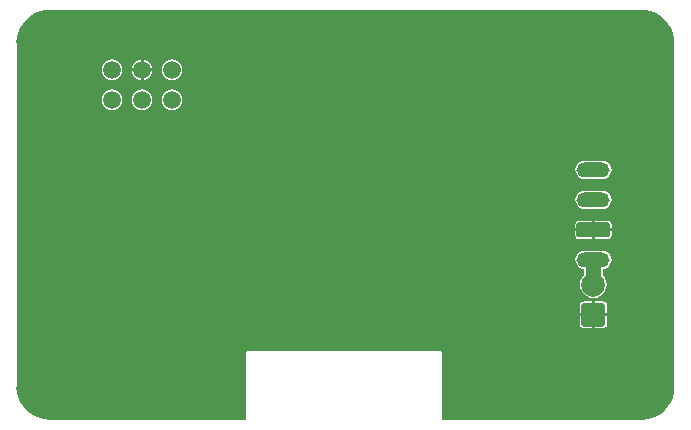
<source format=gbl>
G04 Layer_Physical_Order=2*
G04 Layer_Color=16711680*
%FSAX44Y44*%
%MOMM*%
G71*
G01*
G75*
%ADD26C,1.2700*%
%ADD27C,3.5000*%
%ADD28C,1.5000*%
%ADD29C,2.0000*%
G04:AMPARAMS|DCode=30|XSize=2mm|YSize=2mm|CornerRadius=0.2mm|HoleSize=0mm|Usage=FLASHONLY|Rotation=270.000|XOffset=0mm|YOffset=0mm|HoleType=Round|Shape=RoundedRectangle|*
%AMROUNDEDRECTD30*
21,1,2.0000,1.6000,0,0,270.0*
21,1,1.6000,2.0000,0,0,270.0*
1,1,0.4000,-0.8000,-0.8000*
1,1,0.4000,-0.8000,0.8000*
1,1,0.4000,0.8000,0.8000*
1,1,0.4000,0.8000,-0.8000*
%
%ADD30ROUNDEDRECTD30*%
G04:AMPARAMS|DCode=31|XSize=1.27mm|YSize=2.8mm|CornerRadius=0.635mm|HoleSize=0mm|Usage=FLASHONLY|Rotation=90.000|XOffset=0mm|YOffset=0mm|HoleType=Round|Shape=RoundedRectangle|*
%AMROUNDEDRECTD31*
21,1,1.2700,1.5300,0,0,90.0*
21,1,0.0000,2.8000,0,0,90.0*
1,1,1.2700,0.7650,0.0000*
1,1,1.2700,0.7650,0.0000*
1,1,1.2700,-0.7650,0.0000*
1,1,1.2700,-0.7650,0.0000*
%
%ADD31ROUNDEDRECTD31*%
G04:AMPARAMS|DCode=32|XSize=1.27mm|YSize=2.8mm|CornerRadius=0.1588mm|HoleSize=0mm|Usage=FLASHONLY|Rotation=90.000|XOffset=0mm|YOffset=0mm|HoleType=Round|Shape=RoundedRectangle|*
%AMROUNDEDRECTD32*
21,1,1.2700,2.4825,0,0,90.0*
21,1,0.9525,2.8000,0,0,90.0*
1,1,0.3175,1.2412,0.4763*
1,1,0.3175,1.2412,-0.4763*
1,1,0.3175,-1.2412,-0.4763*
1,1,0.3175,-1.2412,0.4763*
%
%ADD32ROUNDEDRECTD32*%
%ADD33O,3.0000X2.0000*%
%ADD34C,0.7000*%
G36*
X10534681Y10348214D02*
X10539001Y10347178D01*
X10543105Y10345477D01*
X10546893Y10343157D01*
X10550271Y10340271D01*
X10553157Y10336893D01*
X10555477Y10333105D01*
X10557178Y10329001D01*
X10558214Y10324681D01*
X10558551Y10320405D01*
X10558488Y10320253D01*
Y10028680D01*
X10558549Y10028534D01*
X10558225Y10024419D01*
X10557227Y10020262D01*
X10555591Y10016313D01*
X10553357Y10012669D01*
X10550581Y10009418D01*
X10547332Y10006642D01*
X10543687Y10004409D01*
X10539738Y10002773D01*
X10535581Y10001776D01*
X10531466Y10001451D01*
X10531320Y10001512D01*
X10361482D01*
Y10058400D01*
X10361079Y10059372D01*
X10360107Y10059775D01*
X10197293D01*
X10196321Y10059372D01*
X10195919Y10058400D01*
Y10001512D01*
X10029747D01*
X10029595Y10001449D01*
X10025319Y10001785D01*
X10020999Y10002822D01*
X10016895Y10004523D01*
X10013107Y10006844D01*
X10009729Y10009729D01*
X10006844Y10013107D01*
X10004523Y10016895D01*
X10002822Y10020999D01*
X10001785Y10025319D01*
X10001449Y10029595D01*
X10001512Y10029747D01*
Y10320253D01*
X10001449Y10320405D01*
X10001785Y10324681D01*
X10002822Y10329001D01*
X10004523Y10333105D01*
X10006844Y10336893D01*
X10009729Y10340271D01*
X10013107Y10343157D01*
X10016895Y10345477D01*
X10020999Y10347178D01*
X10025319Y10348214D01*
X10029595Y10348551D01*
X10029747Y10348488D01*
X10530253D01*
X10530405Y10348551D01*
X10534681Y10348214D01*
D02*
G37*
%LPC*%
G36*
X10109041Y10306346D02*
Y10298938D01*
X10116448D01*
X10116314Y10299957D01*
X10115430Y10302091D01*
X10114025Y10303923D01*
X10112193Y10305328D01*
X10110059Y10306212D01*
X10109041Y10306346D01*
D02*
G37*
G36*
X10106500Y10306346D02*
X10105480Y10306212D01*
X10103347Y10305328D01*
X10101516Y10303923D01*
X10100109Y10302091D01*
X10099226Y10299957D01*
X10099092Y10298938D01*
X10106500D01*
Y10306346D01*
D02*
G37*
G36*
X10116448Y10296398D02*
X10109041D01*
Y10288989D01*
X10110059Y10289124D01*
X10112193Y10290007D01*
X10114025Y10291414D01*
X10115430Y10293245D01*
X10116314Y10295378D01*
X10116448Y10296398D01*
D02*
G37*
G36*
X10106500D02*
X10099092D01*
X10099226Y10295378D01*
X10100109Y10293245D01*
X10101516Y10291414D01*
X10103347Y10290007D01*
X10105480Y10289124D01*
X10106500Y10288989D01*
Y10296398D01*
D02*
G37*
G36*
X10133170Y10306514D02*
X10130881Y10306212D01*
X10128747Y10305328D01*
X10126915Y10303923D01*
X10125510Y10302091D01*
X10124626Y10299957D01*
X10124324Y10297668D01*
X10124626Y10295378D01*
X10125510Y10293245D01*
X10126915Y10291414D01*
X10128747Y10290007D01*
X10130881Y10289124D01*
X10133170Y10288822D01*
X10135460Y10289124D01*
X10137593Y10290007D01*
X10139425Y10291414D01*
X10140831Y10293245D01*
X10141714Y10295378D01*
X10142016Y10297668D01*
X10141714Y10299957D01*
X10140831Y10302091D01*
X10139425Y10303923D01*
X10137593Y10305328D01*
X10135460Y10306212D01*
X10133170Y10306514D01*
D02*
G37*
G36*
X10082370D02*
X10080081Y10306212D01*
X10077947Y10305328D01*
X10076115Y10303923D01*
X10074709Y10302091D01*
X10073826Y10299957D01*
X10073524Y10297668D01*
X10073826Y10295378D01*
X10074709Y10293245D01*
X10076115Y10291414D01*
X10077947Y10290007D01*
X10080081Y10289124D01*
X10082370Y10288822D01*
X10084659Y10289124D01*
X10086793Y10290007D01*
X10088625Y10291414D01*
X10090031Y10293245D01*
X10090914Y10295378D01*
X10091216Y10297668D01*
X10090914Y10299957D01*
X10090031Y10302091D01*
X10088625Y10303923D01*
X10086793Y10305328D01*
X10084659Y10306212D01*
X10082370Y10306514D01*
D02*
G37*
G36*
X10133170Y10281113D02*
X10130881Y10280812D01*
X10128747Y10279929D01*
X10126915Y10278523D01*
X10125510Y10276691D01*
X10124626Y10274557D01*
X10124324Y10272268D01*
X10124626Y10269978D01*
X10125510Y10267845D01*
X10126915Y10266013D01*
X10128747Y10264607D01*
X10130881Y10263723D01*
X10133170Y10263423D01*
X10135460Y10263723D01*
X10137593Y10264607D01*
X10139425Y10266013D01*
X10140831Y10267845D01*
X10141714Y10269978D01*
X10142016Y10272268D01*
X10141714Y10274557D01*
X10140831Y10276691D01*
X10139425Y10278523D01*
X10137593Y10279929D01*
X10135460Y10280812D01*
X10133170Y10281113D01*
D02*
G37*
G36*
X10107770D02*
X10105480Y10280812D01*
X10103347Y10279929D01*
X10101516Y10278523D01*
X10100109Y10276691D01*
X10099226Y10274557D01*
X10098925Y10272268D01*
X10099226Y10269978D01*
X10100109Y10267845D01*
X10101516Y10266013D01*
X10103347Y10264607D01*
X10105480Y10263723D01*
X10107770Y10263423D01*
X10110059Y10263723D01*
X10112193Y10264607D01*
X10114025Y10266013D01*
X10115430Y10267845D01*
X10116314Y10269978D01*
X10116616Y10272268D01*
X10116314Y10274557D01*
X10115430Y10276691D01*
X10114025Y10278523D01*
X10112193Y10279929D01*
X10110059Y10280812D01*
X10107770Y10281113D01*
D02*
G37*
G36*
X10082370D02*
X10080081Y10280812D01*
X10077947Y10279929D01*
X10076115Y10278523D01*
X10074709Y10276691D01*
X10073826Y10274557D01*
X10073524Y10272268D01*
X10073826Y10269978D01*
X10074709Y10267845D01*
X10076115Y10266013D01*
X10077947Y10264607D01*
X10080081Y10263723D01*
X10082370Y10263423D01*
X10084659Y10263723D01*
X10086793Y10264607D01*
X10088625Y10266013D01*
X10090031Y10267845D01*
X10090914Y10269978D01*
X10091216Y10272268D01*
X10090914Y10274557D01*
X10090031Y10276691D01*
X10088625Y10278523D01*
X10086793Y10279929D01*
X10084659Y10280812D01*
X10082370Y10281113D01*
D02*
G37*
G36*
X10497629Y10220786D02*
X10482330D01*
X10480341Y10220524D01*
X10478488Y10219756D01*
X10476896Y10218535D01*
X10475674Y10216943D01*
X10474906Y10215089D01*
X10474645Y10213100D01*
X10474906Y10211111D01*
X10475674Y10209257D01*
X10476896Y10207665D01*
X10478488Y10206444D01*
X10480341Y10205676D01*
X10482330Y10205414D01*
X10497629D01*
X10499619Y10205676D01*
X10501473Y10206444D01*
X10503065Y10207665D01*
X10504286Y10209257D01*
X10505054Y10211111D01*
X10505316Y10213100D01*
X10505054Y10215089D01*
X10504286Y10216943D01*
X10503065Y10218535D01*
X10501473Y10219756D01*
X10499619Y10220524D01*
X10497629Y10220786D01*
D02*
G37*
G36*
Y10195386D02*
X10482330D01*
X10480341Y10195124D01*
X10478488Y10194356D01*
X10476896Y10193135D01*
X10475674Y10191543D01*
X10474906Y10189689D01*
X10474645Y10187700D01*
X10474906Y10185711D01*
X10475674Y10183857D01*
X10476896Y10182265D01*
X10478488Y10181044D01*
X10480341Y10180276D01*
X10482330Y10180014D01*
X10497629D01*
X10499619Y10180276D01*
X10501473Y10181044D01*
X10503065Y10182265D01*
X10504286Y10183857D01*
X10505054Y10185711D01*
X10505316Y10187700D01*
X10505054Y10189689D01*
X10504286Y10191543D01*
X10503065Y10193135D01*
X10501473Y10194356D01*
X10499619Y10195124D01*
X10497629Y10195386D01*
D02*
G37*
G36*
X10502393Y10169976D02*
X10491250D01*
Y10163571D01*
X10505306D01*
Y10167062D01*
X10505084Y10168177D01*
X10504453Y10169122D01*
X10503507Y10169754D01*
X10502393Y10169976D01*
D02*
G37*
G36*
X10488710D02*
X10477567D01*
X10476453Y10169754D01*
X10475508Y10169122D01*
X10474875Y10168177D01*
X10474655Y10167062D01*
Y10163571D01*
X10488710D01*
Y10169976D01*
D02*
G37*
G36*
X10505306Y10161030D02*
X10491250D01*
Y10154624D01*
X10502393D01*
X10503507Y10154846D01*
X10504453Y10155477D01*
X10505084Y10156423D01*
X10505306Y10157537D01*
Y10161030D01*
D02*
G37*
G36*
X10488710D02*
X10474655D01*
Y10157537D01*
X10474875Y10156423D01*
X10475508Y10155477D01*
X10476453Y10154846D01*
X10477567Y10154624D01*
X10488710D01*
Y10161030D01*
D02*
G37*
G36*
X10497629Y10144586D02*
X10482330D01*
X10480341Y10144324D01*
X10478488Y10143556D01*
X10476896Y10142335D01*
X10475674Y10140743D01*
X10474906Y10138889D01*
X10474645Y10136900D01*
X10474906Y10134911D01*
X10475674Y10133057D01*
X10476896Y10131465D01*
X10478488Y10130244D01*
X10480341Y10129476D01*
X10482294Y10129219D01*
Y10124148D01*
X10481942Y10123878D01*
X10480135Y10121523D01*
X10479000Y10118782D01*
X10478613Y10115840D01*
X10479000Y10112898D01*
X10480135Y10110156D01*
X10481942Y10107802D01*
X10484297Y10105995D01*
X10487039Y10104860D01*
X10489980Y10104473D01*
X10492922Y10104860D01*
X10495664Y10105995D01*
X10498018Y10107802D01*
X10499824Y10110156D01*
X10500959Y10112898D01*
X10501348Y10115840D01*
X10500959Y10118782D01*
X10499824Y10121523D01*
X10498018Y10123878D01*
X10497666Y10124148D01*
Y10129219D01*
X10499619Y10129476D01*
X10501473Y10130244D01*
X10503065Y10131465D01*
X10504286Y10133057D01*
X10505054Y10134911D01*
X10505316Y10136900D01*
X10505054Y10138889D01*
X10504286Y10140743D01*
X10503065Y10142335D01*
X10501473Y10143556D01*
X10499619Y10144324D01*
X10497629Y10144586D01*
D02*
G37*
G36*
X10497980Y10101774D02*
X10491250D01*
Y10091710D01*
X10501315D01*
Y10098440D01*
X10501061Y10099716D01*
X10500337Y10100798D01*
X10499255Y10101520D01*
X10497980Y10101774D01*
D02*
G37*
G36*
X10488710D02*
X10481980D01*
X10480704Y10101520D01*
X10479623Y10100798D01*
X10478900Y10099716D01*
X10478646Y10098440D01*
Y10091710D01*
X10488710D01*
Y10101774D01*
D02*
G37*
G36*
X10501315Y10089169D02*
X10491250D01*
Y10079106D01*
X10497980D01*
X10499255Y10079360D01*
X10500337Y10080082D01*
X10501061Y10081164D01*
X10501315Y10082440D01*
Y10089169D01*
D02*
G37*
G36*
X10488710D02*
X10478646D01*
Y10082440D01*
X10478900Y10081164D01*
X10479623Y10080082D01*
X10480704Y10079360D01*
X10481980Y10079106D01*
X10488710D01*
Y10089169D01*
D02*
G37*
%LPD*%
D26*
X10489980Y10115840D02*
Y10136900D01*
D27*
X10530000Y10030000D02*
D03*
Y10320000D02*
D03*
X10030000Y10030000D02*
D03*
Y10320000D02*
D03*
D28*
X10082370Y10297668D02*
D03*
X10107770D02*
D03*
X10133170D02*
D03*
Y10272268D02*
D03*
X10107770D02*
D03*
X10082370D02*
D03*
D29*
X10489980Y10115840D02*
D03*
D30*
Y10090440D02*
D03*
D31*
Y10213100D02*
D03*
Y10187700D02*
D03*
Y10136900D02*
D03*
D32*
Y10162300D02*
D03*
D33*
X10530000Y10205000D02*
D03*
Y10145000D02*
D03*
X10030000D02*
D03*
Y10205000D02*
D03*
D34*
X10065512Y10042916D02*
D03*
X10180828D02*
D03*
X10196068Y10239756D02*
D03*
X10205212D02*
D03*
X10219436Y10226870D02*
D03*
X10367772Y10253616D02*
D03*
X10382666Y10264648D02*
D03*
X10397490Y10253726D02*
D03*
X10459863Y10243058D02*
D03*
X10445363Y10297159D02*
D03*
X10473171Y10242042D02*
D03*
X10486172D02*
D03*
X10432795Y10150094D02*
D03*
X10442957D02*
D03*
X10413492Y10168116D02*
D03*
X10462769D02*
D03*
X10457488Y10051034D02*
D03*
X10169398Y10245676D02*
D03*
X10085070Y10135870D02*
D03*
X10457488Y10079482D02*
D03*
M02*

</source>
